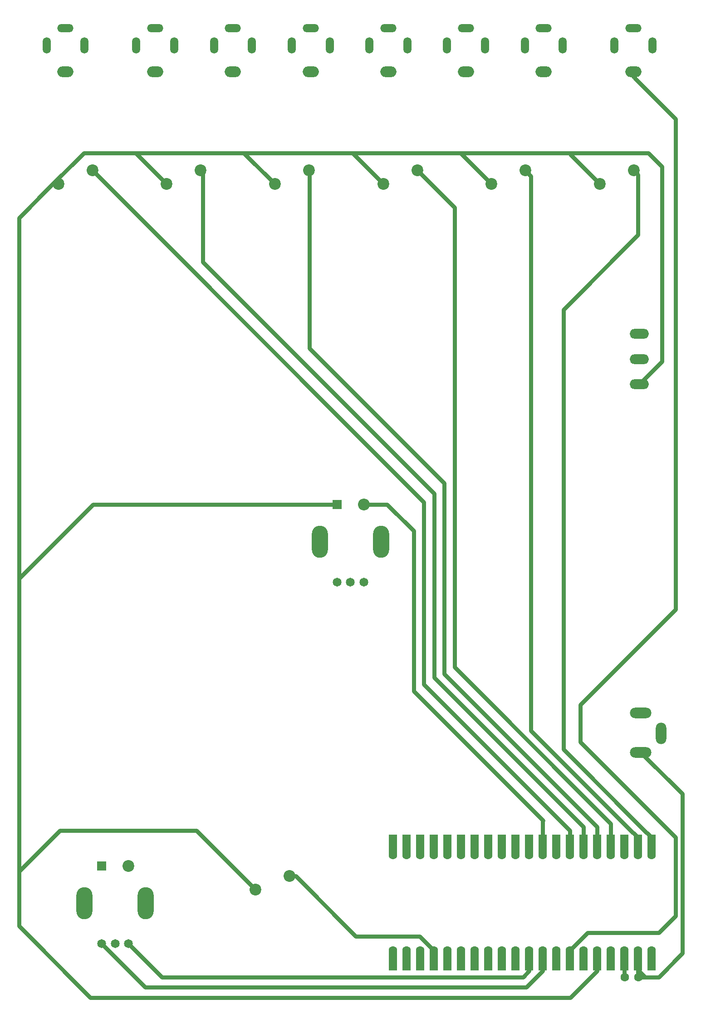
<source format=gbr>
%TF.GenerationSoftware,KiCad,Pcbnew,7.0.8*%
%TF.CreationDate,2023-12-13T19:44:07-05:00*%
%TF.ProjectId,pcb,7063622e-6b69-4636-9164-5f7063625858,rev?*%
%TF.SameCoordinates,Original*%
%TF.FileFunction,Copper,L1,Top*%
%TF.FilePolarity,Positive*%
%FSLAX46Y46*%
G04 Gerber Fmt 4.6, Leading zero omitted, Abs format (unit mm)*
G04 Created by KiCad (PCBNEW 7.0.8) date 2023-12-13 19:44:07*
%MOMM*%
%LPD*%
G01*
G04 APERTURE LIST*
%TA.AperFunction,ComponentPad*%
%ADD10O,3.620000X1.810000*%
%TD*%
%TA.AperFunction,SMDPad,CuDef*%
%ADD11R,1.600000X3.810000*%
%TD*%
%TA.AperFunction,ComponentPad*%
%ADD12C,1.600000*%
%TD*%
%TA.AperFunction,ComponentPad*%
%ADD13C,2.200000*%
%TD*%
%TA.AperFunction,ComponentPad*%
%ADD14O,1.508000X3.016000*%
%TD*%
%TA.AperFunction,ComponentPad*%
%ADD15O,3.016000X1.508000*%
%TD*%
%TA.AperFunction,ComponentPad*%
%ADD16O,3.016000X2.000000*%
%TD*%
%TA.AperFunction,ComponentPad*%
%ADD17R,1.800000X1.800000*%
%TD*%
%TA.AperFunction,ComponentPad*%
%ADD18C,1.650000*%
%TD*%
%TA.AperFunction,ComponentPad*%
%ADD19O,3.000000X6.000000*%
%TD*%
%TA.AperFunction,ComponentPad*%
%ADD20O,4.000000X2.000000*%
%TD*%
%TA.AperFunction,ComponentPad*%
%ADD21O,2.000000X4.000000*%
%TD*%
%TA.AperFunction,ViaPad*%
%ADD22C,1.600000*%
%TD*%
%TA.AperFunction,Conductor*%
%ADD23C,0.800000*%
%TD*%
G04 APERTURE END LIST*
D10*
%TO.P,S1,1*%
%TO.N,PWR_3V3*%
X117380000Y-86870000D03*
%TO.P,S1,2*%
%TO.N,BTN_IN*%
X117380000Y-82170000D03*
%TO.P,S1,3*%
%TO.N,unconnected-(S1-Pad3)*%
X117380000Y-77470000D03*
%TD*%
D11*
%TO.P,M1,40,VBUS*%
%TO.N,unconnected-(M1-VBUS-Pad40)*%
X119690000Y-194310000D03*
D12*
X119690000Y-192405000D03*
D11*
%TO.P,M1,39,VSYS*%
%TO.N,VSYS*%
X117150000Y-194310000D03*
D12*
X117150000Y-192405000D03*
D11*
%TO.P,M1,38,GND*%
%TO.N,PWR_GND*%
X114610000Y-194310000D03*
D12*
X114610000Y-192405000D03*
D11*
%TO.P,M1,37,3V3_EN*%
%TO.N,unconnected-(M1-3V3_EN-Pad37)*%
X112070000Y-194310000D03*
D12*
X112070000Y-192405000D03*
D11*
%TO.P,M1,36,3V3_OUT*%
%TO.N,PWR_3V3*%
X109530000Y-194310000D03*
D12*
X109530000Y-192405000D03*
D11*
%TO.P,M1,35,ADC_VREF*%
%TO.N,unconnected-(M1-ADC_VREF-Pad35)*%
X106990000Y-194310000D03*
D12*
X106990000Y-192405000D03*
D11*
%TO.P,M1,34,GP28*%
%TO.N,IN*%
X104450000Y-194310000D03*
D12*
X104450000Y-192405000D03*
D11*
%TO.P,M1,33,GND*%
%TO.N,PWR_GND*%
X101910000Y-194310000D03*
D12*
X101910000Y-192405000D03*
D11*
%TO.P,M1,32,GP27*%
%TO.N,ENC1_A*%
X99370000Y-194310000D03*
D12*
X99370000Y-192405000D03*
D11*
%TO.P,M1,31,GP26*%
%TO.N,ENC1_B*%
X96857864Y-194301443D03*
D12*
X96830000Y-192405000D03*
D11*
%TO.P,M1,30,RUN*%
%TO.N,unconnected-(M1-RUN-Pad30)*%
X94290000Y-194310000D03*
D12*
X94290000Y-192405000D03*
D11*
%TO.P,M1,29,GP22*%
%TO.N,unconnected-(M1-GP22-Pad29)*%
X91750000Y-194310000D03*
D12*
X91750000Y-192405000D03*
D11*
%TO.P,M1,28,GND*%
%TO.N,PWR_GND*%
X89210000Y-194310000D03*
D12*
X89210000Y-192405000D03*
D11*
%TO.P,M1,27,GP21*%
%TO.N,BTN_IN*%
X86670000Y-194310000D03*
D12*
X86670000Y-192405000D03*
D11*
%TO.P,M1,26,GP20*%
%TO.N,unconnected-(M1-GP20-Pad26)*%
X84130000Y-194310000D03*
D12*
X84130000Y-192405000D03*
D11*
%TO.P,M1,25,GP19*%
%TO.N,unconnected-(M1-GP19-Pad25)*%
X81590000Y-194310000D03*
D12*
X81590000Y-192405000D03*
D11*
%TO.P,M1,24,GP18*%
%TO.N,BTN_PLAY*%
X79050000Y-194310000D03*
D12*
X79050000Y-192405000D03*
D11*
%TO.P,M1,23,GND*%
%TO.N,PWR_GND*%
X76510000Y-194310000D03*
D12*
X76510000Y-192405000D03*
D11*
%TO.P,M1,22,GP17*%
%TO.N,ENC2_B*%
X73970000Y-194310000D03*
D12*
X73970000Y-192405000D03*
D11*
%TO.P,M1,21,GP16*%
%TO.N,ENC2_A*%
X71430000Y-194310000D03*
D12*
X71430000Y-192405000D03*
%TO.P,M1,20,GP15*%
%TO.N,unconnected-(M1-GP15-Pad20)*%
X71430000Y-174625000D03*
D11*
X71430000Y-172720000D03*
D12*
%TO.P,M1,19,GP14*%
%TO.N,OUT_MIDI*%
X73970000Y-174625000D03*
D11*
X73970000Y-172720000D03*
D12*
%TO.P,M1,18,GND*%
%TO.N,PWR_GND*%
X76510000Y-174625000D03*
D11*
X76510000Y-172720000D03*
D12*
%TO.P,M1,17,GP13*%
%TO.N,OUT_C1*%
X79050000Y-174625000D03*
D11*
X79050000Y-172720000D03*
D12*
%TO.P,M1,16,GP12*%
%TO.N,OUT_C2*%
X81590000Y-174625000D03*
D11*
X81590000Y-172720000D03*
D12*
%TO.P,M1,15,GP11*%
%TO.N,OUT_C3*%
X84130000Y-174625000D03*
D11*
X84130000Y-172720000D03*
D12*
%TO.P,M1,14,GP10*%
%TO.N,OUT_C4*%
X86670000Y-174625000D03*
D11*
X86670000Y-172720000D03*
D12*
%TO.P,M1,13,GND*%
%TO.N,PWR_GND*%
X89210000Y-174625000D03*
D11*
X89210000Y-172720000D03*
D12*
%TO.P,M1,12,GP9*%
%TO.N,OUT_C5*%
X91750000Y-174625000D03*
D11*
X91750000Y-172720000D03*
D12*
%TO.P,M1,11,GP8*%
%TO.N,OUT_C6*%
X94290000Y-174625000D03*
D11*
X94290000Y-172720000D03*
D12*
%TO.P,M1,10,GP7*%
%TO.N,IN_SWTCH*%
X96830000Y-174625000D03*
D11*
X96830000Y-172720000D03*
D12*
%TO.P,M1,9,GP6*%
%TO.N,ENC2_BTN*%
X99370000Y-174625000D03*
D11*
X99379556Y-172720000D03*
D12*
%TO.P,M1,8,GND*%
%TO.N,PWR_GND*%
X101910000Y-174625000D03*
D11*
X101910000Y-172720000D03*
D12*
%TO.P,M1,7,GP5*%
%TO.N,BTN_C1*%
X104450000Y-174625000D03*
D11*
X104450000Y-172720000D03*
D12*
%TO.P,M1,6,GP4*%
%TO.N,BTN_C2*%
X106990000Y-174625000D03*
D11*
X106990000Y-172720000D03*
D12*
%TO.P,M1,5,GP3*%
%TO.N,BTN_C3*%
X109530000Y-174625000D03*
D11*
X109530000Y-172720000D03*
D12*
%TO.P,M1,4,GP2*%
%TO.N,BTN_C4*%
X112070000Y-174625000D03*
D11*
X112070000Y-172720000D03*
D12*
%TO.P,M1,3,GND*%
%TO.N,PWR_GND*%
X114610000Y-174625000D03*
D11*
X114610000Y-172720000D03*
D12*
%TO.P,M1,2,GP1*%
%TO.N,BTN_C5*%
X117150000Y-174625000D03*
D11*
X117150000Y-172720000D03*
D12*
%TO.P,M1,1,GP0*%
%TO.N,BTN_C6*%
X119690000Y-174625000D03*
D11*
X119690000Y-172720000D03*
%TD*%
D13*
%TO.P,SW3,1,1*%
%TO.N,BTN_C1*%
X15360000Y-46990000D03*
%TO.P,SW3,2,2*%
%TO.N,PWR_3V3*%
X9010000Y-49530000D03*
%TD*%
D14*
%TO.P,J6,1*%
%TO.N,PWR_GND*%
X74120000Y-23680000D03*
D15*
%TO.P,J6,2*%
%TO.N,unconnected-(J6-Pad2)*%
X70570000Y-20480000D03*
D14*
%TO.P,J6,4*%
%TO.N,unconnected-(J6-Pad4)*%
X67020000Y-23680000D03*
D16*
%TO.P,J6,5*%
%TO.N,OUT_C4*%
X70570000Y-28580000D03*
%TD*%
D14*
%TO.P,J1,1*%
%TO.N,PWR_GND*%
X119860000Y-23680000D03*
D15*
%TO.P,J1,2*%
%TO.N,unconnected-(J1-Pad2)*%
X116310000Y-20480000D03*
D14*
%TO.P,J1,4*%
%TO.N,IN_SWTCH*%
X112760000Y-23680000D03*
D16*
%TO.P,J1,5*%
%TO.N,IN*%
X116310000Y-28580000D03*
%TD*%
D17*
%TO.P,MT2,1*%
%TO.N,PWR_3V3*%
X61000000Y-109245000D03*
D13*
%TO.P,MT2,2*%
%TO.N,ENC2_BTN*%
X66000000Y-109245000D03*
D18*
%TO.P,MT2,A,A*%
%TO.N,ENC2_A*%
X61000000Y-123745000D03*
%TO.P,MT2,B,B*%
%TO.N,ENC2_B*%
X66000000Y-123745000D03*
%TO.P,MT2,COM,COM*%
%TO.N,PWR_GND*%
X63500000Y-123745000D03*
D19*
%TO.P,MT2,S1,SHIELD*%
X57800000Y-116245000D03*
%TO.P,MT2,S2,SHIELD*%
X69200000Y-116245000D03*
%TD*%
D13*
%TO.P,SW1,1,1*%
%TO.N,BTN_PLAY*%
X52106000Y-178554000D03*
%TO.P,SW1,2,2*%
%TO.N,PWR_3V3*%
X45756000Y-181094000D03*
%TD*%
%TO.P,SW5,1,1*%
%TO.N,BTN_C3*%
X55760000Y-46990000D03*
%TO.P,SW5,2,2*%
%TO.N,PWR_3V3*%
X49410000Y-49530000D03*
%TD*%
D20*
%TO.P,J9,1*%
%TO.N,VSYS*%
X117677500Y-155465000D03*
D21*
%TO.P,J9,2*%
%TO.N,PWR_GND*%
X121477500Y-151965000D03*
D20*
%TO.P,J9,3*%
%TO.N,unconnected-(J9-Pad3)*%
X117677500Y-148165000D03*
%TD*%
D14*
%TO.P,J5,1*%
%TO.N,PWR_GND*%
X59620000Y-23680000D03*
D15*
%TO.P,J5,2*%
%TO.N,unconnected-(J5-Pad2)*%
X56070000Y-20480000D03*
D14*
%TO.P,J5,4*%
%TO.N,unconnected-(J5-Pad4)*%
X52520000Y-23680000D03*
D16*
%TO.P,J5,5*%
%TO.N,OUT_C3*%
X56070000Y-28580000D03*
%TD*%
D14*
%TO.P,J8,1*%
%TO.N,PWR_GND*%
X103120000Y-23680000D03*
D15*
%TO.P,J8,2*%
%TO.N,unconnected-(J8-Pad2)*%
X99570000Y-20480000D03*
D14*
%TO.P,J8,4*%
%TO.N,unconnected-(J8-Pad4)*%
X96020000Y-23680000D03*
D16*
%TO.P,J8,5*%
%TO.N,OUT_C6*%
X99570000Y-28580000D03*
%TD*%
D14*
%TO.P,J4,1*%
%TO.N,PWR_GND*%
X45120000Y-23680000D03*
D15*
%TO.P,J4,2*%
%TO.N,unconnected-(J4-Pad2)*%
X41570000Y-20480000D03*
D14*
%TO.P,J4,4*%
%TO.N,unconnected-(J4-Pad4)*%
X38020000Y-23680000D03*
D16*
%TO.P,J4,5*%
%TO.N,OUT_C2*%
X41570000Y-28580000D03*
%TD*%
D13*
%TO.P,SW6,1,1*%
%TO.N,BTN_C4*%
X75960000Y-46990000D03*
%TO.P,SW6,2,2*%
%TO.N,PWR_3V3*%
X69610000Y-49530000D03*
%TD*%
%TO.P,SW7,1,1*%
%TO.N,BTN_C5*%
X96160000Y-46990000D03*
%TO.P,SW7,2,2*%
%TO.N,PWR_3V3*%
X89810000Y-49530000D03*
%TD*%
D14*
%TO.P,J3,1*%
%TO.N,PWR_GND*%
X30620000Y-23680000D03*
D15*
%TO.P,J3,2*%
%TO.N,unconnected-(J3-Pad2)*%
X27070000Y-20480000D03*
D14*
%TO.P,J3,4*%
%TO.N,unconnected-(J3-Pad4)*%
X23520000Y-23680000D03*
D16*
%TO.P,J3,5*%
%TO.N,OUT_C1*%
X27070000Y-28580000D03*
%TD*%
D13*
%TO.P,SW8,1,1*%
%TO.N,BTN_C6*%
X116360000Y-46990000D03*
%TO.P,SW8,2,2*%
%TO.N,PWR_3V3*%
X110010000Y-49530000D03*
%TD*%
D17*
%TO.P,MT1,1*%
%TO.N,unconnected-(MT1-Pad1)*%
X17066000Y-176634000D03*
D13*
%TO.P,MT1,2*%
%TO.N,unconnected-(MT1-Pad2)*%
X22066000Y-176634000D03*
D18*
%TO.P,MT1,A,A*%
%TO.N,ENC1_A*%
X17066000Y-191134000D03*
%TO.P,MT1,B,B*%
%TO.N,ENC1_B*%
X22066000Y-191134000D03*
%TO.P,MT1,COM,COM*%
%TO.N,PWR_GND*%
X19566000Y-191134000D03*
D19*
%TO.P,MT1,S1,SHIELD*%
X13866000Y-183634000D03*
%TO.P,MT1,S2,SHIELD*%
X25266000Y-183634000D03*
%TD*%
D14*
%TO.P,J2,1*%
%TO.N,PWR_GND*%
X13880000Y-23680000D03*
D15*
%TO.P,J2,2*%
%TO.N,unconnected-(J2-Pad2)*%
X10330000Y-20480000D03*
D14*
%TO.P,J2,4*%
%TO.N,unconnected-(J2-Pad4)*%
X6780000Y-23680000D03*
D16*
%TO.P,J2,5*%
%TO.N,OUT_MIDI*%
X10330000Y-28580000D03*
%TD*%
D14*
%TO.P,J7,1*%
%TO.N,PWR_GND*%
X88620000Y-23680000D03*
D15*
%TO.P,J7,2*%
%TO.N,unconnected-(J7-Pad2)*%
X85070000Y-20480000D03*
D14*
%TO.P,J7,4*%
%TO.N,unconnected-(J7-Pad4)*%
X81520000Y-23680000D03*
D16*
%TO.P,J7,5*%
%TO.N,OUT_C5*%
X85070000Y-28580000D03*
%TD*%
D13*
%TO.P,SW4,1,1*%
%TO.N,BTN_C2*%
X35560000Y-46990000D03*
%TO.P,SW4,2,2*%
%TO.N,PWR_3V3*%
X29210000Y-49530000D03*
%TD*%
D22*
%TO.N,PWR_GND*%
X114645000Y-197375000D03*
%TO.N,VSYS*%
X117185000Y-197375000D03*
%TD*%
D23*
%TO.N,PWR_GND*%
X114610000Y-197340000D02*
X114645000Y-197375000D01*
X114610000Y-194310000D02*
X114610000Y-197340000D01*
%TO.N,IN*%
X124170000Y-128795000D02*
X124170000Y-37355000D01*
X104450000Y-194310000D02*
X104450000Y-192405000D01*
X120995000Y-189120000D02*
X124170000Y-185945000D01*
X116550000Y-29480000D02*
X116310000Y-29480000D01*
X106390000Y-146575000D02*
X124170000Y-128795000D01*
X124170000Y-171340000D02*
X106390000Y-153560000D01*
X116550000Y-29735000D02*
X116550000Y-29480000D01*
X124170000Y-37355000D02*
X116550000Y-29735000D01*
X107735000Y-189120000D02*
X120995000Y-189120000D01*
X104450000Y-192405000D02*
X107735000Y-189120000D01*
X124170000Y-185945000D02*
X124170000Y-171340000D01*
X106390000Y-153560000D02*
X106390000Y-146575000D01*
%TO.N,VSYS*%
X125440000Y-163227500D02*
X117677500Y-155465000D01*
X118455000Y-197375000D02*
X117185000Y-196105000D01*
X117150000Y-194310000D02*
X117150000Y-196105000D01*
X118455000Y-197375000D02*
X120995000Y-197375000D01*
X120995000Y-197375000D02*
X125440000Y-192930000D01*
X117150000Y-196105000D02*
X117150000Y-197340000D01*
X117185000Y-196105000D02*
X117150000Y-196105000D01*
X117185000Y-197375000D02*
X118455000Y-197375000D01*
X117150000Y-197340000D02*
X117185000Y-197375000D01*
X125440000Y-192930000D02*
X125440000Y-163227500D01*
%TO.N,ENC1_A*%
X96305000Y-199280000D02*
X25212000Y-199280000D01*
X99370000Y-196215000D02*
X96305000Y-199280000D01*
X25212000Y-199280000D02*
X17066000Y-191134000D01*
X99370000Y-194310000D02*
X99370000Y-196215000D01*
%TO.N,ENC1_B*%
X95689307Y-197375000D02*
X28307000Y-197375000D01*
X96857864Y-194301443D02*
X96857864Y-196206443D01*
X28307000Y-197375000D02*
X22066000Y-191134000D01*
X96857864Y-196206443D02*
X95689307Y-197375000D01*
%TO.N,PWR_3V3*%
X1615000Y-114190000D02*
X1615000Y-55825000D01*
X23205000Y-43705000D02*
X43525000Y-43705000D01*
X84165000Y-43705000D02*
X84165000Y-43885000D01*
X121630000Y-46245000D02*
X121630000Y-82620000D01*
X1615000Y-55825000D02*
X7357500Y-50082500D01*
X7357500Y-50082500D02*
X7910000Y-49530000D01*
X7357500Y-50082500D02*
X13735000Y-43705000D01*
X7910000Y-49530000D02*
X9010000Y-49530000D01*
X104560000Y-201185000D02*
X14950000Y-201185000D01*
X9235000Y-170070000D02*
X34732000Y-170070000D01*
X15450000Y-109245000D02*
X1615000Y-123080000D01*
X63845000Y-43765000D02*
X69610000Y-49530000D01*
X14950000Y-201185000D02*
X1615000Y-187850000D01*
X104485000Y-43705000D02*
X119090000Y-43705000D01*
X63845000Y-43705000D02*
X63845000Y-43765000D01*
X84165000Y-43705000D02*
X104485000Y-43705000D01*
X23385000Y-43705000D02*
X29210000Y-49530000D01*
X43585000Y-43705000D02*
X49410000Y-49530000D01*
X1615000Y-177690000D02*
X1615000Y-123080000D01*
X1615000Y-187850000D02*
X1615000Y-177690000D01*
X43525000Y-43705000D02*
X63845000Y-43705000D01*
X104485000Y-44005000D02*
X110010000Y-49530000D01*
X43525000Y-43705000D02*
X43585000Y-43705000D01*
X121630000Y-82620000D02*
X117380000Y-86870000D01*
X23205000Y-43705000D02*
X23385000Y-43705000D01*
X61000000Y-109245000D02*
X15450000Y-109245000D01*
X84165000Y-43885000D02*
X89810000Y-49530000D01*
X119090000Y-43705000D02*
X121630000Y-46245000D01*
X1615000Y-123080000D02*
X1615000Y-114190000D01*
X1615000Y-177690000D02*
X9235000Y-170070000D01*
X63845000Y-43705000D02*
X84165000Y-43705000D01*
X104485000Y-43705000D02*
X104485000Y-44005000D01*
X109530000Y-194310000D02*
X109530000Y-196215000D01*
X13735000Y-43705000D02*
X23205000Y-43705000D01*
X34732000Y-170070000D02*
X45756000Y-181094000D01*
X109530000Y-196215000D02*
X104560000Y-201185000D01*
%TO.N,ENC2_BTN*%
X99405000Y-168165000D02*
X75275000Y-144035000D01*
X99379556Y-172720000D02*
X99379556Y-168190444D01*
X75275000Y-114190000D02*
X70330000Y-109245000D01*
X99379556Y-168190444D02*
X99405000Y-168165000D01*
X70330000Y-109245000D02*
X66000000Y-109245000D01*
X75275000Y-144035000D02*
X75275000Y-114190000D01*
%TO.N,BTN_PLAY*%
X53279000Y-178554000D02*
X52106000Y-178554000D01*
X76400000Y-189755000D02*
X64480000Y-189755000D01*
X79050000Y-192405000D02*
X76400000Y-189755000D01*
X64480000Y-189755000D02*
X53279000Y-178554000D01*
X79050000Y-194310000D02*
X79050000Y-192405000D01*
%TO.N,BTN_C1*%
X104450000Y-170035000D02*
X77180000Y-142765000D01*
X77180000Y-108810000D02*
X15360000Y-46990000D01*
X104450000Y-172720000D02*
X104450000Y-170035000D01*
X77180000Y-142765000D02*
X77180000Y-108810000D01*
%TO.N,BTN_C2*%
X106990000Y-169400000D02*
X79085000Y-141495000D01*
X35905000Y-64025000D02*
X35905000Y-47335000D01*
X106990000Y-172720000D02*
X106990000Y-169400000D01*
X79085000Y-107205000D02*
X35905000Y-64025000D01*
X79085000Y-141495000D02*
X79085000Y-107205000D01*
X35905000Y-47335000D02*
X35560000Y-46990000D01*
%TO.N,BTN_C3*%
X55870000Y-80180000D02*
X55870000Y-47100000D01*
X109530000Y-169400000D02*
X80990000Y-140860000D01*
X80990000Y-140860000D02*
X80990000Y-105300000D01*
X55870000Y-47100000D02*
X55760000Y-46990000D01*
X80990000Y-105300000D02*
X55870000Y-80180000D01*
X109530000Y-172720000D02*
X109530000Y-169400000D01*
%TO.N,BTN_C4*%
X112070000Y-168765000D02*
X82895000Y-139590000D01*
X82895000Y-139590000D02*
X82895000Y-53925000D01*
X112070000Y-172720000D02*
X112070000Y-168765000D01*
X82895000Y-53925000D02*
X75960000Y-46990000D01*
%TO.N,BTN_C5*%
X97200000Y-48030000D02*
X97200000Y-151464578D01*
X116325978Y-170480978D02*
X117150000Y-171305000D01*
X96160000Y-46990000D02*
X97200000Y-48030000D01*
X117150000Y-171305000D02*
X117150000Y-172720000D01*
X97200000Y-151464578D02*
X116216400Y-170480978D01*
X116216400Y-170480978D02*
X116325978Y-170480978D01*
%TO.N,BTN_C6*%
X117135327Y-58994673D02*
X103215000Y-72915000D01*
X103215000Y-154939578D02*
X118756400Y-170480978D01*
X117135327Y-47765327D02*
X117135327Y-58994673D01*
X119690000Y-171305000D02*
X119690000Y-172720000D01*
X103215000Y-72915000D02*
X103215000Y-154939578D01*
X118865978Y-170480978D02*
X119690000Y-171305000D01*
X118756400Y-170480978D02*
X118865978Y-170480978D01*
X116360000Y-46990000D02*
X117135327Y-47765327D01*
%TD*%
M02*

</source>
